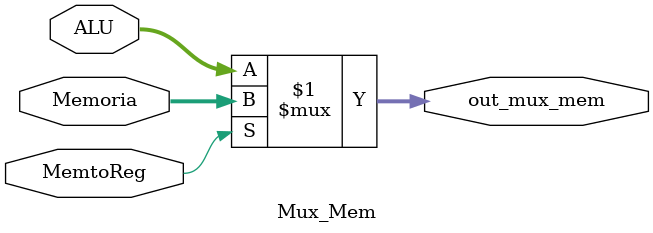
<source format=v>
`timescale 1ns / 1ps

module Mux_Mem(

    input [31:0] ALU,
    input [31:0] Memoria,
    input MemtoReg,
    output [31:0] out_mux_mem
);
    assign out_mux_mem = (MemtoReg) ?  Memoria: ALU;
endmodule

</source>
